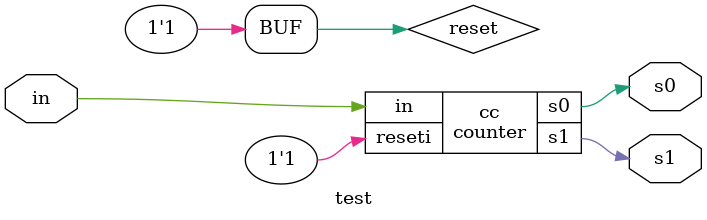
<source format=v>
module ff(Q, Qd, J, K, clk, reset);
  input J, K, clk, reset;
  output Q, Qd;
  reg Q;
  assign Qd = ~Q;
  always@(posedge clk)
  begin
    case({J,K})
      2'b00: Q=(reset==1'b1)?1'b0:Q;
      2'b01: Q=(reset==1'b1)?1'b0:1'b0;
      2'b10: Q=(reset==1'b1)?1'b0:1'b1;
      2'b11: Q =(reset==1'b1)?1'b0:Qd;
    endcase
  end
endmodule


module counter(in, s1, s0, reset);
  input in, reset;
  output s1, s0;
  wire qa, qb, qc;
  wire qda, qdb, qdc;
  reg clk;
  initial clk = 1'b0;
  always begin
   #25 clk = ~clk;
  end
  not(notin, in);
  
  
  
  assign qda = ~qa;
 
  assign qdb = ~qb;
 
  assign qdc = ~qc;
 

  ff a(.Q(qa), .Qd(qda), .J(andg43), .K(1'b0), .clk(clk), .reset(reset));
  ff b(.Q(qb), .Qd(qdb), .J(andg23), .K(org13), .clk(clk), .reset(reset));
  ff c(.Q(qc), .Qd(qdc), .J(andg63), .K(org23), .clk(clk), .reset(reset));
  or org2(org23, notin, qa);
  and andg6(andg63, qda, notin);
  and andg1(andg13, qda, qc);
  and andg2(andg23, andg13, notin);
  and andg3(andg33, qb, qc);
  and andg4(andg43, andg33, notin);
  and andg5(andg53, notin, qc);
  or org1(org13, andg53, qa);
  assign s1 = qb;
  assign s0 = qc;  
  not(notin, in);
  
endmodule

module test(in, s1, s0);
  input in;
  output s1, s0;
  reg reset;
  initial reset = 1'b1;
  
  counter cc(.in(in), .s1(s1), .s0(s0), .reseti(reset));
  
  
endmodule  
</source>
